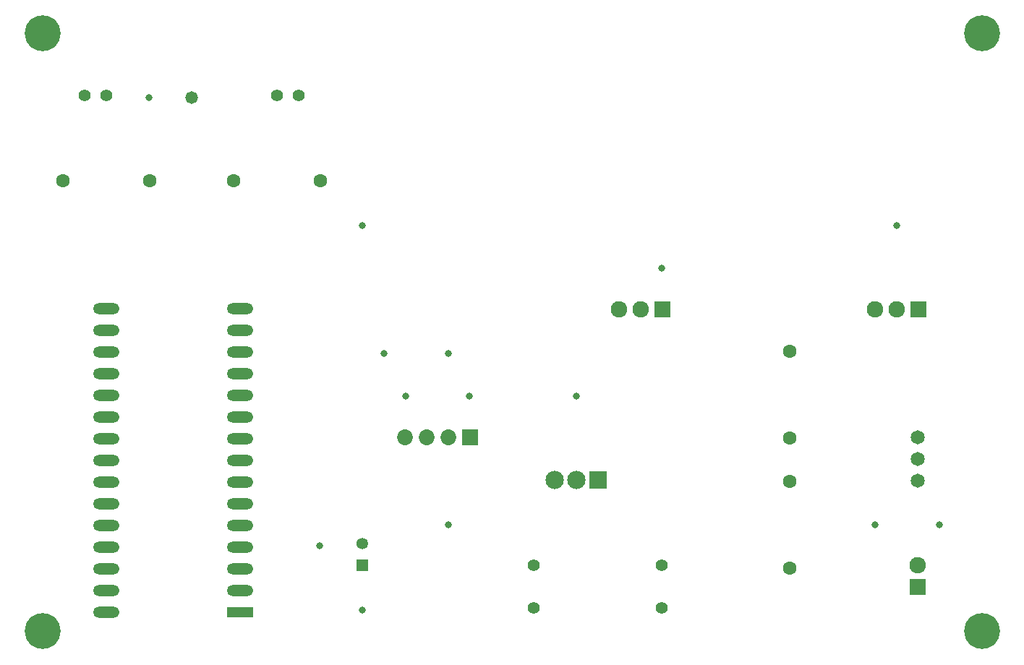
<source format=gts>
G04*
G04 #@! TF.GenerationSoftware,Altium Limited,Altium Designer,20.1.14 (287)*
G04*
G04 Layer_Color=8388736*
%FSLAX25Y25*%
%MOIN*%
G70*
G04*
G04 #@! TF.SameCoordinates,E164291B-CF09-4FE7-BB31-66095F1D64E0*
G04*
G04*
G04 #@! TF.FilePolarity,Negative*
G04*
G01*
G75*
%ADD14R,0.12247X0.05097*%
G04:AMPARAMS|DCode=15|XSize=122.47mil|YSize=50.97mil|CornerRadius=25.49mil|HoleSize=0mil|Usage=FLASHONLY|Rotation=180.000|XOffset=0mil|YOffset=0mil|HoleType=Round|Shape=RoundedRectangle|*
%AMROUNDEDRECTD15*
21,1,0.12247,0.00000,0,0,180.0*
21,1,0.07150,0.05097,0,0,180.0*
1,1,0.05097,-0.03575,0.00000*
1,1,0.05097,0.03575,0.00000*
1,1,0.05097,0.03575,0.00000*
1,1,0.05097,-0.03575,0.00000*
%
%ADD15ROUNDEDRECTD15*%
%ADD16C,0.16548*%
%ADD17C,0.06312*%
%ADD18C,0.06509*%
%ADD19C,0.05524*%
%ADD20C,0.07591*%
%ADD21R,0.07591X0.07591*%
%ADD22C,0.07296*%
%ADD23R,0.07296X0.07296*%
%ADD24R,0.07591X0.07591*%
%ADD25C,0.08418*%
%ADD26R,0.08418X0.08418*%
%ADD27C,0.05328*%
%ADD28R,0.05328X0.05328*%
%ADD29C,0.03162*%
%ADD30C,0.05800*%
D14*
X100945Y18740D02*
D03*
D15*
Y28740D02*
D03*
Y38740D02*
D03*
Y48740D02*
D03*
Y58740D02*
D03*
Y68740D02*
D03*
Y78740D02*
D03*
Y88740D02*
D03*
Y98740D02*
D03*
Y108740D02*
D03*
Y118740D02*
D03*
Y128740D02*
D03*
Y138740D02*
D03*
Y148740D02*
D03*
Y158740D02*
D03*
X39370D02*
D03*
Y148740D02*
D03*
Y138740D02*
D03*
Y128740D02*
D03*
Y118740D02*
D03*
Y108740D02*
D03*
Y98740D02*
D03*
Y88740D02*
D03*
Y78740D02*
D03*
Y68740D02*
D03*
Y58740D02*
D03*
Y48740D02*
D03*
Y38740D02*
D03*
Y28740D02*
D03*
Y18740D02*
D03*
D16*
X442913Y285433D02*
D03*
Y9843D02*
D03*
X9843D02*
D03*
Y285433D02*
D03*
D17*
X354331Y139055D02*
D03*
Y99055D02*
D03*
Y39055D02*
D03*
Y79055D02*
D03*
X19370Y217480D02*
D03*
X59370D02*
D03*
X138110D02*
D03*
X98110D02*
D03*
D18*
X413386Y79370D02*
D03*
Y89370D02*
D03*
Y99370D02*
D03*
D19*
X39370Y256850D02*
D03*
X29370D02*
D03*
X128110D02*
D03*
X118110D02*
D03*
X295276Y40315D02*
D03*
Y20630D02*
D03*
X236221D02*
D03*
Y40315D02*
D03*
D20*
X413386D02*
D03*
X393701Y158425D02*
D03*
X403701D02*
D03*
X275590D02*
D03*
X285591D02*
D03*
D21*
X413386Y30315D02*
D03*
D22*
X176850Y99370D02*
D03*
X186850D02*
D03*
X196850D02*
D03*
D23*
X206850D02*
D03*
D24*
X413701Y158425D02*
D03*
X295590D02*
D03*
D25*
X245905Y79685D02*
D03*
X255906D02*
D03*
D26*
X265905D02*
D03*
D27*
X157480Y50157D02*
D03*
D28*
Y40315D02*
D03*
D29*
X295276Y177165D02*
D03*
X403543Y196850D02*
D03*
X423228Y59055D02*
D03*
X137795Y49213D02*
D03*
X167323Y137795D02*
D03*
X206693Y118110D02*
D03*
X157480Y19685D02*
D03*
X59055Y255906D02*
D03*
X157480Y196850D02*
D03*
X196850Y59055D02*
D03*
Y137795D02*
D03*
X255906Y118110D02*
D03*
X393701Y59055D02*
D03*
X177165Y118110D02*
D03*
D30*
X78740Y255906D02*
D03*
M02*

</source>
